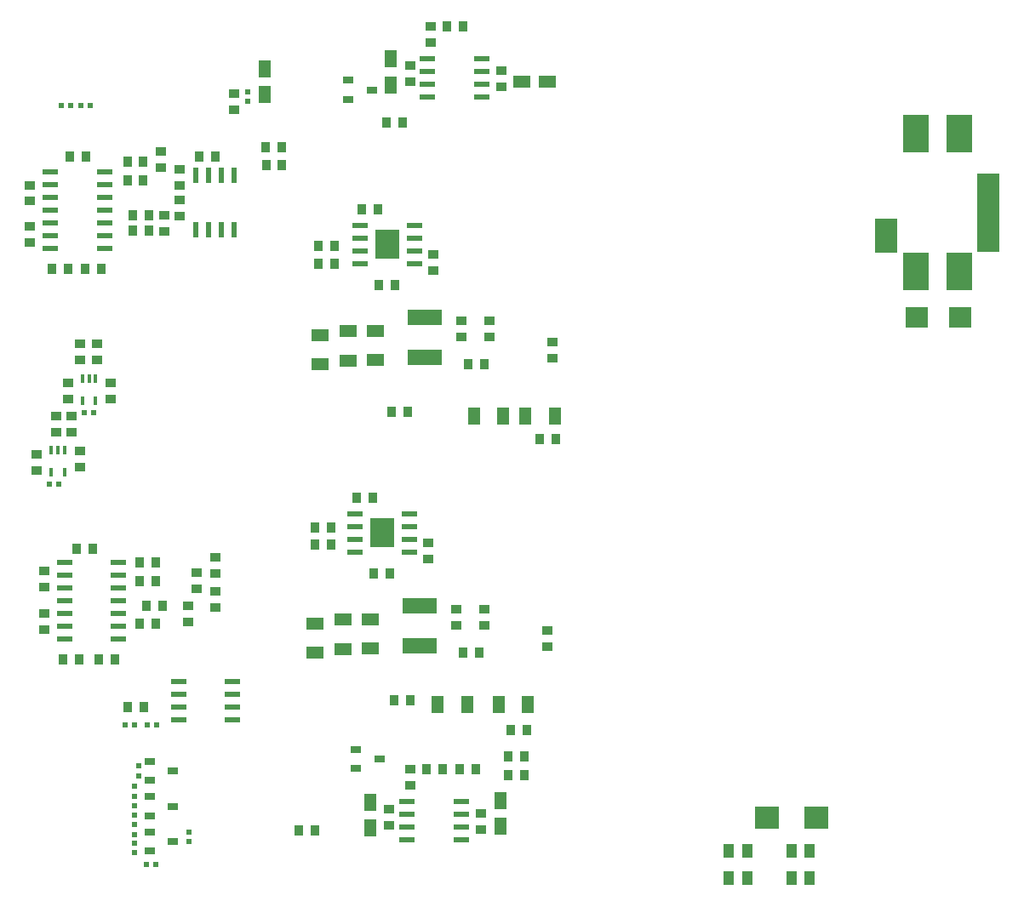
<source format=gbp>
G04*
G04 #@! TF.GenerationSoftware,Altium Limited,Altium Designer,21.5.1 (32)*
G04*
G04 Layer_Color=128*
%FSLAX25Y25*%
%MOIN*%
G70*
G04*
G04 #@! TF.SameCoordinates,40A1BE61-9D6D-4511-9C65-2EA0C261B3BE*
G04*
G04*
G04 #@! TF.FilePolarity,Positive*
G04*
G01*
G75*
%ADD16R,0.02441X0.02441*%
%ADD17R,0.07087X0.04921*%
%ADD19R,0.03543X0.03937*%
%ADD20R,0.07087X0.04528*%
%ADD22R,0.04134X0.02559*%
%ADD30R,0.02362X0.06102*%
%ADD36R,0.02441X0.02284*%
%ADD38R,0.09252X0.08858*%
%ADD44R,0.02284X0.02441*%
%ADD45R,0.02441X0.02441*%
%ADD116R,0.03937X0.03740*%
%ADD117R,0.03740X0.03937*%
%ADD118R,0.06102X0.02362*%
%ADD119R,0.09646X0.11811*%
%ADD120R,0.03937X0.03543*%
%ADD121R,0.04921X0.07087*%
%ADD122R,0.06102X0.02362*%
%ADD123R,0.03347X0.03937*%
%ADD124R,0.01575X0.03740*%
%ADD125R,0.04331X0.05709*%
%ADD126R,0.13780X0.06299*%
%ADD127R,0.03937X0.03347*%
%ADD128R,0.04528X0.07087*%
%ADD129R,0.09055X0.31102*%
%ADD130R,0.09055X0.13386*%
%ADD131R,0.09843X0.14961*%
%ADD132R,0.09055X0.08465*%
D16*
X118000Y338272D02*
D03*
Y334728D02*
D03*
D17*
X225209Y342536D02*
D03*
X235445D02*
D03*
D19*
X150618Y167673D02*
D03*
X144319D02*
D03*
Y161200D02*
D03*
X150618D02*
D03*
X173685Y149810D02*
D03*
X167385D02*
D03*
X145706Y278200D02*
D03*
X152006D02*
D03*
X169386Y262810D02*
D03*
X175685D02*
D03*
X172453Y326500D02*
D03*
X178752D02*
D03*
X207159Y73096D02*
D03*
X200859D02*
D03*
X125150Y309652D02*
D03*
X131450D02*
D03*
X226150Y78000D02*
D03*
X219850D02*
D03*
X131362Y316756D02*
D03*
X219850Y70897D02*
D03*
X145706Y271097D02*
D03*
X202150Y364000D02*
D03*
X195850D02*
D03*
X152006Y271097D02*
D03*
X125063Y316756D02*
D03*
X226150Y70897D02*
D03*
X194150Y72946D02*
D03*
X81813Y154137D02*
D03*
X75514D02*
D03*
Y146752D02*
D03*
X81813D02*
D03*
X57188Y159500D02*
D03*
X50889D02*
D03*
X52096Y116169D02*
D03*
X45797D02*
D03*
X78445Y137051D02*
D03*
X84745D02*
D03*
X75514Y129947D02*
D03*
X81813D02*
D03*
X175350Y100000D02*
D03*
X181649D02*
D03*
X174319Y213118D02*
D03*
X180618D02*
D03*
X187850Y72946D02*
D03*
X137850Y48922D02*
D03*
X144150D02*
D03*
X73000Y284000D02*
D03*
X79299D02*
D03*
X73000Y290000D02*
D03*
X79299D02*
D03*
X47650Y269118D02*
D03*
X41350D02*
D03*
X54708Y313150D02*
D03*
X48409D02*
D03*
X70840Y303887D02*
D03*
X77139D02*
D03*
X70840Y310990D02*
D03*
X77140D02*
D03*
D20*
X155469Y120094D02*
D03*
Y131905D02*
D03*
X166000D02*
D03*
Y120488D02*
D03*
X144149Y118791D02*
D03*
Y130209D02*
D03*
X157469Y233094D02*
D03*
Y244905D02*
D03*
X168000D02*
D03*
Y233488D02*
D03*
X146150Y231791D02*
D03*
Y243209D02*
D03*
D22*
X157472Y335472D02*
D03*
X166528Y339213D02*
D03*
X157472Y342953D02*
D03*
X160472Y80899D02*
D03*
X88749Y72409D02*
D03*
X79694Y76150D02*
D03*
Y68669D02*
D03*
X88645Y44803D02*
D03*
X79589Y48543D02*
D03*
Y41062D02*
D03*
X88749Y58559D02*
D03*
X79694Y62299D02*
D03*
Y54819D02*
D03*
X169528Y77159D02*
D03*
X160472Y73419D02*
D03*
D30*
X97650Y305630D02*
D03*
X102650D02*
D03*
X107650D02*
D03*
X112650D02*
D03*
X97650Y284370D02*
D03*
X102650D02*
D03*
X107650D02*
D03*
X112650D02*
D03*
D36*
X73563Y54941D02*
D03*
Y58642D02*
D03*
Y43980D02*
D03*
Y40279D02*
D03*
X73587Y66260D02*
D03*
Y62559D02*
D03*
Y47559D02*
D03*
Y51260D02*
D03*
X75221Y70559D02*
D03*
Y74260D02*
D03*
X95100Y48450D02*
D03*
Y44750D02*
D03*
D38*
X340602Y54173D02*
D03*
X321311D02*
D03*
D44*
X45101Y333149D02*
D03*
X48801D02*
D03*
X56449D02*
D03*
X52749D02*
D03*
X73596Y90500D02*
D03*
X69895D02*
D03*
X78299Y35587D02*
D03*
X82000D02*
D03*
X78746Y90500D02*
D03*
X82447D02*
D03*
D45*
X57582Y212637D02*
D03*
X54039D02*
D03*
X40332Y184608D02*
D03*
X43875D02*
D03*
D116*
X190535Y274823D02*
D03*
X188535Y161823D02*
D03*
X209327Y49415D02*
D03*
X217327Y340469D02*
D03*
X173469Y57323D02*
D03*
X181532Y348869D02*
D03*
Y342570D02*
D03*
X217327Y346768D02*
D03*
X188535Y155524D02*
D03*
X190535Y268524D02*
D03*
X173469Y51024D02*
D03*
X209327Y55714D02*
D03*
D117*
X162712Y292473D02*
D03*
X160712Y179473D02*
D03*
X59697Y116169D02*
D03*
X65997D02*
D03*
X70933Y97500D02*
D03*
X77232D02*
D03*
X167012Y179473D02*
D03*
X208590Y118791D02*
D03*
X202291D02*
D03*
X210590Y231791D02*
D03*
X204291D02*
D03*
X169012Y292473D02*
D03*
X99000Y313150D02*
D03*
X105299D02*
D03*
X54252Y269118D02*
D03*
X60551D02*
D03*
D118*
X161905Y286173D02*
D03*
X183165Y276173D02*
D03*
X159905Y173173D02*
D03*
X181165Y163173D02*
D03*
X161905Y281173D02*
D03*
X159905Y168173D02*
D03*
Y158173D02*
D03*
Y163173D02*
D03*
X181165Y173173D02*
D03*
Y168173D02*
D03*
Y158173D02*
D03*
X161905Y271173D02*
D03*
Y276173D02*
D03*
X183165Y286173D02*
D03*
Y281173D02*
D03*
Y271173D02*
D03*
D119*
X172535Y278673D02*
D03*
X170535Y165673D02*
D03*
D120*
X212606Y248780D02*
D03*
X210606Y135780D02*
D03*
X189689Y357850D02*
D03*
Y364150D02*
D03*
X112650Y337878D02*
D03*
Y331579D02*
D03*
X47497Y224264D02*
D03*
Y217965D02*
D03*
X64345Y218051D02*
D03*
Y224350D02*
D03*
X59094Y239650D02*
D03*
Y233350D02*
D03*
X105332Y156153D02*
D03*
Y149854D02*
D03*
X97925Y150159D02*
D03*
Y143860D02*
D03*
X105332Y142601D02*
D03*
Y136302D02*
D03*
X38373Y134000D02*
D03*
Y127701D02*
D03*
X38373Y144389D02*
D03*
Y150688D02*
D03*
X94700Y137150D02*
D03*
Y130850D02*
D03*
X199760Y129481D02*
D03*
Y135780D02*
D03*
X210606Y129481D02*
D03*
X212606Y242481D02*
D03*
X201760D02*
D03*
Y248780D02*
D03*
X181689Y73096D02*
D03*
Y66797D02*
D03*
X52276Y239650D02*
D03*
Y233350D02*
D03*
X42836Y211500D02*
D03*
Y205201D02*
D03*
X35438Y190121D02*
D03*
Y196420D02*
D03*
X52195Y197650D02*
D03*
Y191350D02*
D03*
X48946Y211500D02*
D03*
Y205201D02*
D03*
X85150Y290099D02*
D03*
Y283799D02*
D03*
X32500Y295610D02*
D03*
Y301910D02*
D03*
X32500Y285650D02*
D03*
Y279350D02*
D03*
X91150Y296150D02*
D03*
Y289850D02*
D03*
X84046Y315206D02*
D03*
Y308907D02*
D03*
X91150Y308150D02*
D03*
Y301850D02*
D03*
D121*
X217000Y50596D02*
D03*
X124605Y337331D02*
D03*
X166142Y60236D02*
D03*
X174142Y351290D02*
D03*
X124605Y347568D02*
D03*
X174142Y341053D02*
D03*
X166142Y50000D02*
D03*
X217000Y60832D02*
D03*
D122*
X201630Y45446D02*
D03*
X209630Y336500D02*
D03*
X180370Y55446D02*
D03*
X188370Y346500D02*
D03*
X90870Y92303D02*
D03*
Y97303D02*
D03*
Y102303D02*
D03*
Y107303D02*
D03*
X112130Y92303D02*
D03*
Y97303D02*
D03*
Y102303D02*
D03*
Y107303D02*
D03*
X209630Y346500D02*
D03*
X188370Y341500D02*
D03*
X209630D02*
D03*
X201630Y50446D02*
D03*
X209630Y351500D02*
D03*
X188370D02*
D03*
Y336500D02*
D03*
X201630Y55446D02*
D03*
X180370Y50446D02*
D03*
X61981Y306949D02*
D03*
Y301949D02*
D03*
Y296949D02*
D03*
Y291949D02*
D03*
Y286949D02*
D03*
Y281949D02*
D03*
Y276949D02*
D03*
X40721Y306949D02*
D03*
Y301949D02*
D03*
Y296949D02*
D03*
Y291949D02*
D03*
Y286949D02*
D03*
Y281949D02*
D03*
Y276949D02*
D03*
X67426Y154000D02*
D03*
Y149000D02*
D03*
Y144000D02*
D03*
Y139000D02*
D03*
Y134000D02*
D03*
Y129000D02*
D03*
Y124000D02*
D03*
X46166Y154000D02*
D03*
Y149000D02*
D03*
Y144000D02*
D03*
Y139000D02*
D03*
Y134000D02*
D03*
Y129000D02*
D03*
Y124000D02*
D03*
X180370Y45446D02*
D03*
Y60446D02*
D03*
X201630D02*
D03*
D123*
X227150Y88297D02*
D03*
X220850D02*
D03*
X238618Y202500D02*
D03*
X232319D02*
D03*
D124*
X53338Y225923D02*
D03*
X55897D02*
D03*
X58456D02*
D03*
Y217262D02*
D03*
X53338D02*
D03*
X41135Y189474D02*
D03*
X46253D02*
D03*
Y198136D02*
D03*
X43694D02*
D03*
X41135D02*
D03*
D125*
X330957Y41000D02*
D03*
X338043D02*
D03*
X313543Y30398D02*
D03*
X306457D02*
D03*
X330957D02*
D03*
X338043D02*
D03*
X313543Y41000D02*
D03*
X306457D02*
D03*
D126*
X185468Y121276D02*
D03*
Y137024D02*
D03*
X187468Y234276D02*
D03*
Y250024D02*
D03*
D127*
X235469Y121024D02*
D03*
Y127323D02*
D03*
X237469Y234024D02*
D03*
Y240323D02*
D03*
D128*
X227709Y98500D02*
D03*
X216291D02*
D03*
X203817Y98500D02*
D03*
X192399D02*
D03*
X238209Y211500D02*
D03*
X226791D02*
D03*
X218118Y211500D02*
D03*
X206701D02*
D03*
D129*
X408079Y291063D02*
D03*
D130*
X367922Y282205D02*
D03*
D131*
X379733Y321969D02*
D03*
Y268032D02*
D03*
X396662Y321969D02*
D03*
Y268032D02*
D03*
D132*
X396965Y250000D02*
D03*
X380035D02*
D03*
M02*

</source>
